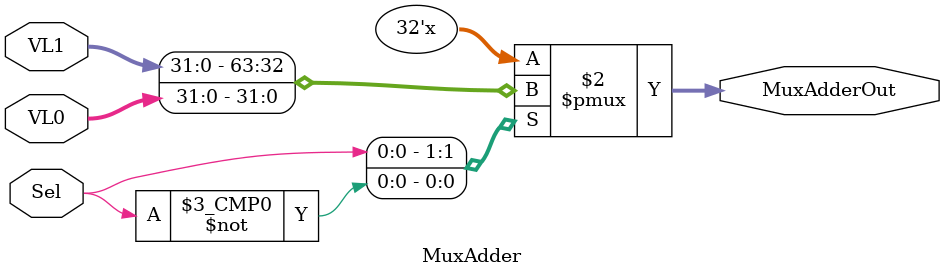
<source format=v>
`timescale 1ns/1ns

module MuxAdder(

	input [31:0]VL0,
	input [31:0]VL1,
	input Sel,
	
	output reg [31:0]MuxAdderOut

);

always @*
begin

	case(Sel)
		1'b1:
			MuxAdderOut = VL1;

		1'b0:
			MuxAdderOut = VL0; 
	endcase

end

endmodule

</source>
